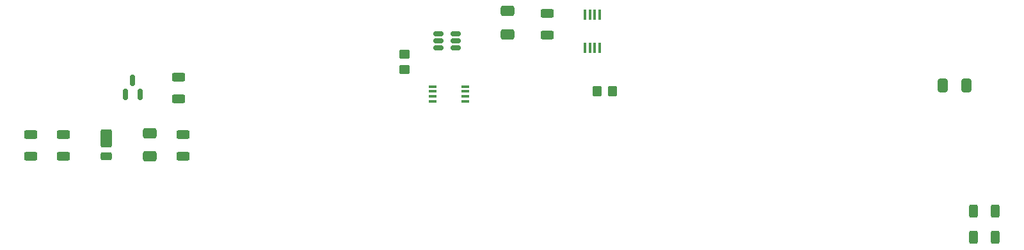
<source format=gtp>
G04 #@! TF.GenerationSoftware,KiCad,Pcbnew,8.0.4*
G04 #@! TF.CreationDate,2024-09-13T17:14:12+02:00*
G04 #@! TF.ProjectId,DigiSlatePlus,44696769-536c-4617-9465-506c75732e6b,rev?*
G04 #@! TF.SameCoordinates,Original*
G04 #@! TF.FileFunction,Paste,Top*
G04 #@! TF.FilePolarity,Positive*
%FSLAX46Y46*%
G04 Gerber Fmt 4.6, Leading zero omitted, Abs format (unit mm)*
G04 Created by KiCad (PCBNEW 8.0.4) date 2024-09-13 17:14:12*
%MOMM*%
%LPD*%
G01*
G04 APERTURE LIST*
G04 Aperture macros list*
%AMRoundRect*
0 Rectangle with rounded corners*
0 $1 Rounding radius*
0 $2 $3 $4 $5 $6 $7 $8 $9 X,Y pos of 4 corners*
0 Add a 4 corners polygon primitive as box body*
4,1,4,$2,$3,$4,$5,$6,$7,$8,$9,$2,$3,0*
0 Add four circle primitives for the rounded corners*
1,1,$1+$1,$2,$3*
1,1,$1+$1,$4,$5*
1,1,$1+$1,$6,$7*
1,1,$1+$1,$8,$9*
0 Add four rect primitives between the rounded corners*
20,1,$1+$1,$2,$3,$4,$5,0*
20,1,$1+$1,$4,$5,$6,$7,0*
20,1,$1+$1,$6,$7,$8,$9,0*
20,1,$1+$1,$8,$9,$2,$3,0*%
G04 Aperture macros list end*
%ADD10RoundRect,0.250000X-0.650000X0.412500X-0.650000X-0.412500X0.650000X-0.412500X0.650000X0.412500X0*%
%ADD11RoundRect,0.250000X-0.450000X0.350000X-0.450000X-0.350000X0.450000X-0.350000X0.450000X0.350000X0*%
%ADD12RoundRect,0.250000X0.650000X-0.412500X0.650000X0.412500X-0.650000X0.412500X-0.650000X-0.412500X0*%
%ADD13RoundRect,0.250000X0.625000X-0.312500X0.625000X0.312500X-0.625000X0.312500X-0.625000X-0.312500X0*%
%ADD14RoundRect,0.250000X-0.412500X-0.650000X0.412500X-0.650000X0.412500X0.650000X-0.412500X0.650000X0*%
%ADD15RoundRect,0.250000X0.312500X0.625000X-0.312500X0.625000X-0.312500X-0.625000X0.312500X-0.625000X0*%
%ADD16R,0.431800X1.333500*%
%ADD17RoundRect,0.150000X-0.512500X-0.150000X0.512500X-0.150000X0.512500X0.150000X-0.512500X0.150000X0*%
%ADD18RoundRect,0.250000X-0.625000X0.312500X-0.625000X-0.312500X0.625000X-0.312500X0.625000X0.312500X0*%
%ADD19RoundRect,0.250000X-0.350000X-0.450000X0.350000X-0.450000X0.350000X0.450000X-0.350000X0.450000X0*%
%ADD20RoundRect,0.250000X0.500000X-0.950000X0.500000X0.950000X-0.500000X0.950000X-0.500000X-0.950000X0*%
%ADD21RoundRect,0.250000X0.500000X-0.275000X0.500000X0.275000X-0.500000X0.275000X-0.500000X-0.275000X0*%
%ADD22RoundRect,0.150000X0.150000X-0.587500X0.150000X0.587500X-0.150000X0.587500X-0.150000X-0.587500X0*%
%ADD23R,1.100000X0.400000*%
G04 APERTURE END LIST*
D10*
X235320000Y-166085000D03*
X235320000Y-169210000D03*
D11*
X221670000Y-171860000D03*
X221670000Y-173860000D03*
D12*
X187960000Y-185420000D03*
X187960000Y-182295000D03*
D13*
X191770000Y-177800000D03*
X191770000Y-174875000D03*
X176530000Y-185420000D03*
X176530000Y-182495000D03*
X192405000Y-185420000D03*
X192405000Y-182495000D03*
D14*
X292875000Y-176000000D03*
X296000000Y-176000000D03*
D13*
X172280000Y-185420000D03*
X172280000Y-182495000D03*
D15*
X299843900Y-196160000D03*
X296918900Y-196160000D03*
D16*
X245570001Y-171017250D03*
X246219999Y-171017250D03*
X246870001Y-171017250D03*
X247519999Y-171017250D03*
X247519999Y-166584950D03*
X246870001Y-166584950D03*
X246219999Y-166584950D03*
X245570001Y-166584950D03*
D17*
X226170000Y-169110000D03*
X226170000Y-170060000D03*
X226170000Y-171010000D03*
X228445000Y-171010000D03*
X228445000Y-170060000D03*
X228445000Y-169110000D03*
D18*
X240570000Y-166372500D03*
X240570000Y-169297500D03*
D15*
X299843900Y-192660000D03*
X296918900Y-192660000D03*
D19*
X247174000Y-176784000D03*
X249174000Y-176784000D03*
D20*
X182245000Y-183045000D03*
D21*
X182245000Y-185420000D03*
D22*
X184785000Y-177165000D03*
X186685000Y-177165000D03*
X185735000Y-175290000D03*
D23*
X229720000Y-178060000D03*
X229720000Y-177410000D03*
X229720000Y-176760000D03*
X229720000Y-176110000D03*
X225420000Y-176110000D03*
X225420000Y-176760000D03*
X225420000Y-177410000D03*
X225420000Y-178060000D03*
M02*

</source>
